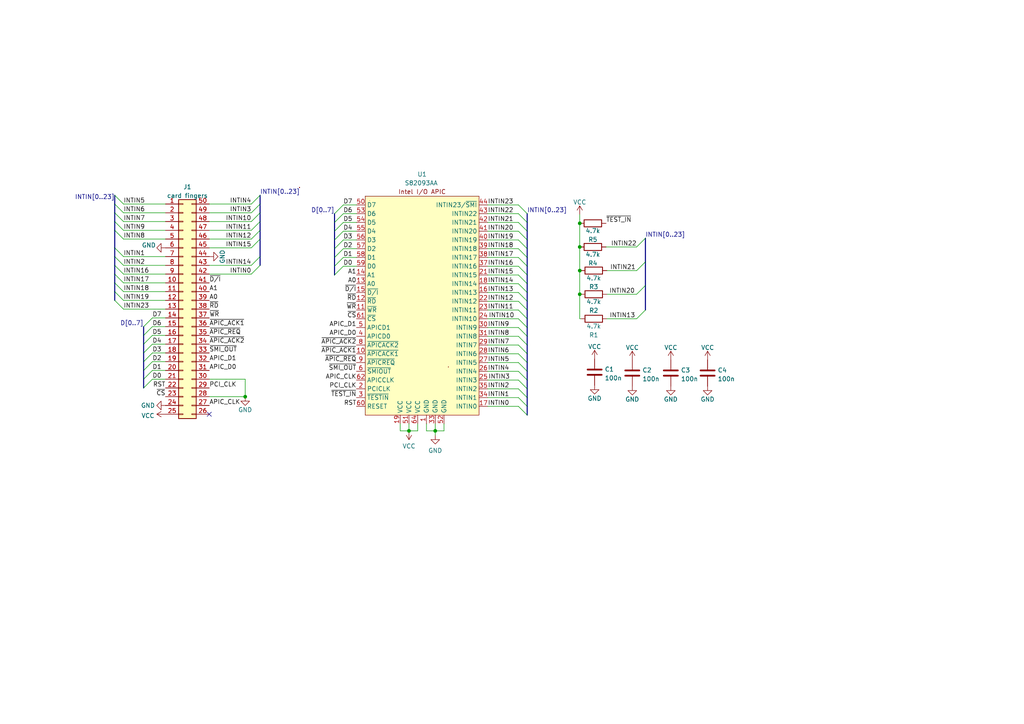
<source format=kicad_sch>
(kicad_sch (version 20211123) (generator eeschema)
  (paper "A4")
  (title_block (title "PCChips APIC Module Clone") (date "2023-06-05") (rev "1.0") (company "fireTwoOneNine (Tech Left Behind)"))
  (lib_symbols
    (symbol "APIC:S82093AA"
      (property "Reference" "U" (at 0 69.85 0))
      (property "Value" "S82093AA" (at 0 67.31 0))
      (symbol "S82093AA_0_0"
        (text "Intel I/O APIC" (at 0 64.77 0) (effects (font (size 1.27 1.27))))
      )
      (symbol "S82093AA_0_1"
        (rectangle (start -35.56 66.04) (end -35.56 66.04) (stroke (width 0.1524)))
        (rectangle (start -35.56 66.04) (end -35.56 66.04) (stroke (width 0.1524)))
        (rectangle (start -35.56 66.04) (end -35.56 66.04) (stroke (width 0.1524)))
        (rectangle (start -35.56 66.04) (end -35.56 66.04) (stroke (width 0.1524)))
        (rectangle (start -35.56 66.04) (end -35.56 66.04) (stroke (width 0.1524)))
        (rectangle (start -35.56 66.04) (end -35.56 66.04) (stroke (width 0.1524)))
        (rectangle (start -35.56 66.04) (end -35.56 66.04) (stroke (width 0.1524)))
        (rectangle (start -35.56 66.04) (end -35.56 66.04) (stroke (width 0.1524)))
        (rectangle (start -35.56 66.04) (end -35.56 66.04) (stroke (width 0.1524)))
        (rectangle (start -35.56 66.04) (end -35.56 66.04) (stroke (width 0.1524)))
        (rectangle (start -35.56 66.04) (end -35.56 66.04) (stroke (width 0.1524)))
        (rectangle (start -35.56 66.04) (end -35.56 66.04) (stroke (width 0.1524)))
        (rectangle (start -35.56 66.04) (end -35.56 66.04) (stroke (width 0.1524)))
        (rectangle (start -35.56 66.04) (end -35.56 66.04) (stroke (width 0.1524)))
        (rectangle (start -35.56 66.04) (end -35.56 66.04) (stroke (width 0.1524)))
        (rectangle (start -35.56 66.04) (end -35.56 66.04) (stroke (width 0.1524)))
        (rectangle (start -35.56 66.04) (end -35.56 66.04) (stroke (width 0.1524)))
        (rectangle (start -35.56 66.04) (end -35.56 66.04) (stroke (width 0.1524)))
        (rectangle (start -29.21 58.42) (end -29.21 58.42) (stroke (width 0.1524)))
        (rectangle (start -16.51 63.5) (end 16.51 0) (stroke (width 0.1524)) (fill (type background)))
        (rectangle (start -15.24 62.23) (end -15.24 62.23) (stroke (width 0.1524)))
        (rectangle (start 7.62 13.97) (end 7.62 13.97) (stroke (width 0.1524)))
        (rectangle (start 7.62 13.97) (end 7.62 13.97) (stroke (width 0.1524)))
        (rectangle (start 7.62 13.97) (end 7.62 13.97) (stroke (width 0.1524)))
        (rectangle (start 7.62 13.97) (end 7.62 13.97) (stroke (width 0.1524)))
        (rectangle (start 7.62 13.97) (end 7.62 13.97) (stroke (width 0.1524)))
        (rectangle (start 7.62 13.97) (end 7.62 13.97) (stroke (width 0.1524)))
      )
      (symbol "S82093AA_1_1"
        (pin input line (at 1.27 -2.54 90) (length 2.54) (name "GND") (number "1"))
        (pin input line (at -19.05 17.78 0) (length 2.54) (name "~{APICACK1}") (number "10"))
        (pin input line (at -19.05 30.48 0) (length 2.54) (name "~{WR}") (number "11"))
        (pin input line (at -19.05 33.02 0) (length 2.54) (name "~{RD}") (number "12"))
        (pin input line (at -19.05 38.1 0) (length 2.54) (name "A0") (number "13"))
        (pin input line (at -19.05 40.64 0) (length 2.54) (name "A1") (number "14"))
        (pin input line (at -19.05 35.56 0) (length 2.54) (name "~{D/I}") (number "15"))
        (pin input line (at 19.05 35.56 180) (length 2.54) (name "INTIN13") (number "16"))
        (pin input line (at 19.05 2.54 180) (length 2.54) (name "INTIN0") (number "17"))
        (pin input line (at 19.05 38.1 180) (length 2.54) (name "INTIN14") (number "18"))
        (pin input line (at -6.35 -2.54 90) (length 2.54) (name "VCC") (number "19"))
        (pin input line (at -19.05 7.62 0) (length 2.54) (name "PCICLK") (number "2"))
        (pin input line (at 19.05 40.64 180) (length 2.54) (name "INTIN15") (number "21"))
        (pin input line (at 19.05 33.02 180) (length 2.54) (name "INTIN12") (number "22"))
        (pin input line (at 19.05 30.48 180) (length 2.54) (name "INTIN11") (number "23"))
        (pin input line (at 19.05 27.94 180) (length 2.54) (name "INTIN10") (number "24"))
        (pin input line (at 19.05 10.16 180) (length 2.54) (name "INTIN3") (number "25"))
        (pin input line (at 19.05 12.7 180) (length 2.54) (name "INTIN4") (number "26"))
        (pin input line (at 19.05 15.24 180) (length 2.54) (name "INTIN5") (number "27"))
        (pin input line (at 19.05 17.78 180) (length 2.54) (name "INTIN6") (number "28"))
        (pin input line (at 19.05 20.32 180) (length 2.54) (name "INTIN7") (number "29"))
        (pin input line (at -19.05 5.08 0) (length 2.54) (name "~{TESTIN}") (number "3"))
        (pin input line (at 19.05 25.4 180) (length 2.54) (name "INTIN9") (number "30"))
        (pin input line (at 19.05 22.86 180) (length 2.54) (name "INTIN8") (number "31"))
        (pin input line (at 3.81 -2.54 90) (length 2.54) (name "GND") (number "33"))
        (pin input line (at 19.05 5.08 180) (length 2.54) (name "INTIN1") (number "34"))
        (pin input line (at 19.05 7.62 180) (length 2.54) (name "INTIN2") (number "35"))
        (pin input line (at 19.05 43.18 180) (length 2.54) (name "INTIN16") (number "37"))
        (pin input line (at 19.05 45.72 180) (length 2.54) (name "INTIN17") (number "38"))
        (pin input line (at 19.05 48.26 180) (length 2.54) (name "INTIN18") (number "39"))
        (pin bidirectional line (at -19.05 22.86 0) (length 2.54) (name "APICD0") (number "4"))
        (pin input line (at 19.05 50.8 180) (length 2.54) (name "INTIN19") (number "40"))
        (pin input line (at 19.05 53.34 180) (length 2.54) (name "INTIN20") (number "41"))
        (pin input line (at 19.05 55.88 180) (length 2.54) (name "INTIN21") (number "42"))
        (pin input line (at 19.05 58.42 180) (length 2.54) (name "INTIN22") (number "43"))
        (pin input line (at 19.05 60.96 180) (length 2.54) (name "INTIN23/~{SMI}") (number "44"))
        (pin bidirectional line (at -19.05 25.4 0) (length 2.54) (name "APICD1") (number "5"))
        (pin bidirectional line (at -19.05 60.96 0) (length 2.54) (name "D7") (number "50"))
        (pin input line (at -3.81 -2.54 90) (length 2.54) (name "VCC") (number "51"))
        (pin input line (at 6.35 -2.54 90) (length 2.54) (name "GND") (number "52"))
        (pin bidirectional line (at -19.05 58.42 0) (length 2.54) (name "D6") (number "53"))
        (pin bidirectional line (at -19.05 55.88 0) (length 2.54) (name "D5") (number "54"))
        (pin bidirectional line (at -19.05 53.34 0) (length 2.54) (name "D4") (number "55"))
        (pin bidirectional line (at -19.05 50.8 0) (length 2.54) (name "D3") (number "56"))
        (pin bidirectional line (at -19.05 48.26 0) (length 2.54) (name "D2") (number "57"))
        (pin bidirectional line (at -19.05 45.72 0) (length 2.54) (name "D1") (number "58"))
        (pin bidirectional line (at -19.05 43.18 0) (length 2.54) (name "D0") (number "59"))
        (pin open_collector line (at -19.05 12.7 0) (length 2.54) (name "~{SMIOUT}") (number "6"))
        (pin input line (at -19.05 2.54 0) (length 2.54) (name "RESET") (number "60"))
        (pin input line (at -19.05 27.94 0) (length 2.54) (name "~{CS}") (number "61"))
        (pin input line (at -19.05 10.16 0) (length 2.54) (name "APICCLK") (number "62"))
        (pin input line (at -1.27 -2.54 90) (length 2.54) (name "VCC") (number "64"))
        (pin input line (at -19.05 20.32 0) (length 2.54) (name "~{APICACK2}") (number "8"))
        (pin output line (at -19.05 15.24 0) (length 2.54) (name "~{APICREQ}") (number "9"))
      )
    )
    (symbol "Connector_Generic:Conn_02x25_Counter_Clockwise" (pin_names (offset 1.016) hide)
      (property "Reference" "J" (at 1.27 33.02 0))
      (property "Value" "Conn_02x25_Counter_Clockwise" (at 1.27 -33.02 0))
      (symbol "Conn_02x25_Counter_Clockwise_1_1"
        (rectangle (start -1.27 -30.353) (end 0 -30.607) (stroke (width 0.1524)))
        (rectangle (start -1.27 -27.813) (end 0 -28.067) (stroke (width 0.1524)))
        (rectangle (start -1.27 -25.273) (end 0 -25.527) (stroke (width 0.1524)))
        (rectangle (start -1.27 -22.733) (end 0 -22.987) (stroke (width 0.1524)))
        (rectangle (start -1.27 -20.193) (end 0 -20.447) (stroke (width 0.1524)))
        (rectangle (start -1.27 -17.653) (end 0 -17.907) (stroke (width 0.1524)))
        (rectangle (start -1.27 -15.113) (end 0 -15.367) (stroke (width 0.1524)))
        (rectangle (start -1.27 -12.573) (end 0 -12.827) (stroke (width 0.1524)))
        (rectangle (start -1.27 -10.033) (end 0 -10.287) (stroke (width 0.1524)))
        (rectangle (start -1.27 -7.493) (end 0 -7.747) (stroke (width 0.1524)))
        (rectangle (start -1.27 -4.953) (end 0 -5.207) (stroke (width 0.1524)))
        (rectangle (start -1.27 -2.413) (end 0 -2.667) (stroke (width 0.1524)))
        (rectangle (start -1.27 0.127) (end 0 -0.127) (stroke (width 0.1524)))
        (rectangle (start -1.27 2.667) (end 0 2.413) (stroke (width 0.1524)))
        (rectangle (start -1.27 5.207) (end 0 4.953) (stroke (width 0.1524)))
        (rectangle (start -1.27 7.747) (end 0 7.493) (stroke (width 0.1524)))
        (rectangle (start -1.27 10.287) (end 0 10.033) (stroke (width 0.1524)))
        (rectangle (start -1.27 12.827) (end 0 12.573) (stroke (width 0.1524)))
        (rectangle (start -1.27 15.367) (end 0 15.113) (stroke (width 0.1524)))
        (rectangle (start -1.27 17.907) (end 0 17.653) (stroke (width 0.1524)))
        (rectangle (start -1.27 20.447) (end 0 20.193) (stroke (width 0.1524)))
        (rectangle (start -1.27 22.987) (end 0 22.733) (stroke (width 0.1524)))
        (rectangle (start -1.27 25.527) (end 0 25.273) (stroke (width 0.1524)))
        (rectangle (start -1.27 28.067) (end 0 27.813) (stroke (width 0.1524)))
        (rectangle (start -1.27 30.607) (end 0 30.353) (stroke (width 0.1524)))
        (rectangle (start -1.27 31.75) (end 3.81 -31.75) (stroke (width 0.254)) (fill (type background)))
        (rectangle (start 3.81 -30.353) (end 2.54 -30.607) (stroke (width 0.1524)))
        (rectangle (start 3.81 -27.813) (end 2.54 -28.067) (stroke (width 0.1524)))
        (rectangle (start 3.81 -25.273) (end 2.54 -25.527) (stroke (width 0.1524)))
        (rectangle (start 3.81 -22.733) (end 2.54 -22.987) (stroke (width 0.1524)))
        (rectangle (start 3.81 -20.193) (end 2.54 -20.447) (stroke (width 0.1524)))
        (rectangle (start 3.81 -17.653) (end 2.54 -17.907) (stroke (width 0.1524)))
        (rectangle (start 3.81 -15.113) (end 2.54 -15.367) (stroke (width 0.1524)))
        (rectangle (start 3.81 -12.573) (end 2.54 -12.827) (stroke (width 0.1524)))
        (rectangle (start 3.81 -10.033) (end 2.54 -10.287) (stroke (width 0.1524)))
        (rectangle (start 3.81 -7.493) (end 2.54 -7.747) (stroke (width 0.1524)))
        (rectangle (start 3.81 -4.953) (end 2.54 -5.207) (stroke (width 0.1524)))
        (rectangle (start 3.81 -2.413) (end 2.54 -2.667) (stroke (width 0.1524)))
        (rectangle (start 3.81 0.127) (end 2.54 -0.127) (stroke (width 0.1524)))
        (rectangle (start 3.81 2.667) (end 2.54 2.413) (stroke (width 0.1524)))
        (rectangle (start 3.81 5.207) (end 2.54 4.953) (stroke (width 0.1524)))
        (rectangle (start 3.81 7.747) (end 2.54 7.493) (stroke (width 0.1524)))
        (rectangle (start 3.81 10.287) (end 2.54 10.033) (stroke (width 0.1524)))
        (rectangle (start 3.81 12.827) (end 2.54 12.573) (stroke (width 0.1524)))
        (rectangle (start 3.81 15.367) (end 2.54 15.113) (stroke (width 0.1524)))
        (rectangle (start 3.81 17.907) (end 2.54 17.653) (stroke (width 0.1524)))
        (rectangle (start 3.81 20.447) (end 2.54 20.193) (stroke (width 0.1524)))
        (rectangle (start 3.81 22.987) (end 2.54 22.733) (stroke (width 0.1524)))
        (rectangle (start 3.81 25.527) (end 2.54 25.273) (stroke (width 0.1524)))
        (rectangle (start 3.81 28.067) (end 2.54 27.813) (stroke (width 0.1524)))
        (rectangle (start 3.81 30.607) (end 2.54 30.353) (stroke (width 0.1524)))
        (pin passive line (at -5.08 30.48 0) (length 3.81) (name "Pin_1") (number "1"))
        (pin passive line (at -5.08 7.62 0) (length 3.81) (name "Pin_10") (number "10"))
        (pin passive line (at -5.08 5.08 0) (length 3.81) (name "Pin_11") (number "11"))
        (pin passive line (at -5.08 2.54 0) (length 3.81) (name "Pin_12") (number "12"))
        (pin passive line (at -5.08 0 0) (length 3.81) (name "Pin_13") (number "13"))
        (pin passive line (at -5.08 -2.54 0) (length 3.81) (name "Pin_14") (number "14"))
        (pin passive line (at -5.08 -5.08 0) (length 3.81) (name "Pin_15") (number "15"))
        (pin passive line (at -5.08 -7.62 0) (length 3.81) (name "Pin_16") (number "16"))
        (pin passive line (at -5.08 -10.16 0) (length 3.81) (name "Pin_17") (number "17"))
        (pin passive line (at -5.08 -12.7 0) (length 3.81) (name "Pin_18") (number "18"))
        (pin passive line (at -5.08 -15.24 0) (length 3.81) (name "Pin_19") (number "19"))
        (pin passive line (at -5.08 27.94 0) (length 3.81) (name "Pin_2") (number "2"))
        (pin passive line (at -5.08 -17.78 0) (length 3.81) (name "Pin_20") (number "20"))
        (pin passive line (at -5.08 -20.32 0) (length 3.81) (name "Pin_21") (number "21"))
        (pin passive line (at -5.08 -22.86 0) (length 3.81) (name "Pin_22") (number "22"))
        (pin passive line (at -5.08 -25.4 0) (length 3.81) (name "Pin_23") (number "23"))
        (pin passive line (at -5.08 -27.94 0) (length 3.81) (name "Pin_24") (number "24"))
        (pin passive line (at -5.08 -30.48 0) (length 3.81) (name "Pin_25") (number "25"))
        (pin passive line (at 7.62 -30.48 180) (length 3.81) (name "Pin_26") (number "26"))
        (pin passive line (at 7.62 -27.94 180) (length 3.81) (name "Pin_27") (number "27"))
        (pin passive line (at 7.62 -25.4 180) (length 3.81) (name "Pin_28") (number "28"))
        (pin passive line (at 7.62 -22.86 180) (length 3.81) (name "Pin_29") (number "29"))
        (pin passive line (at -5.08 25.4 0) (length 3.81) (name "Pin_3") (number "3"))
        (pin passive line (at 7.62 -20.32 180) (length 3.81) (name "Pin_30") (number "30"))
        (pin passive line (at 7.62 -17.78 180) (length 3.81) (name "Pin_31") (number "31"))
        (pin passive line (at 7.62 -15.24 180) (length 3.81) (name "Pin_32") (number "32"))
        (pin passive line (at 7.62 -12.7 180) (length 3.81) (name "Pin_33") (number "33"))
        (pin passive line (at 7.62 -10.16 180) (length 3.81) (name "Pin_34") (number "34"))
        (pin passive line (at 7.62 -7.62 180) (length 3.81) (name "Pin_35") (number "35"))
        (pin passive line (at 7.62 -5.08 180) (length 3.81) (name "Pin_36") (number "36"))
        (pin passive line (at 7.62 -2.54 180) (length 3.81) (name "Pin_37") (number "37"))
        (pin passive line (at 7.62 0 180) (length 3.81) (name "Pin_38") (number "38"))
        (pin passive line (at 7.62 2.54 180) (length 3.81) (name "Pin_39") (number "39"))
        (pin passive line (at -5.08 22.86 0) (length 3.81) (name "Pin_4") (number "4"))
        (pin passive line (at 7.62 5.08 180) (length 3.81) (name "Pin_40") (number "40"))
        (pin passive line (at 7.62 7.62 180) (length 3.81) (name "Pin_41") (number "41"))
        (pin passive line (at 7.62 10.16 180) (length 3.81) (name "Pin_42") (number "42"))
        (pin passive line (at 7.62 12.7 180) (length 3.81) (name "Pin_43") (number "43"))
        (pin passive line (at 7.62 15.24 180) (length 3.81) (name "Pin_44") (number "44"))
        (pin passive line (at 7.62 17.78 180) (length 3.81) (name "Pin_45") (number "45"))
        (pin passive line (at 7.62 20.32 180) (length 3.81) (name "Pin_46") (number "46"))
        (pin passive line (at 7.62 22.86 180) (length 3.81) (name "Pin_47") (number "47"))
        (pin passive line (at 7.62 25.4 180) (length 3.81) (name "Pin_48") (number "48"))
        (pin passive line (at 7.62 27.94 180) (length 3.81) (name "Pin_49") (number "49"))
        (pin passive line (at -5.08 20.32 0) (length 3.81) (name "Pin_5") (number "5"))
        (pin passive line (at 7.62 30.48 180) (length 3.81) (name "Pin_50") (number "50"))
        (pin passive line (at -5.08 17.78 0) (length 3.81) (name "Pin_6") (number "6"))
        (pin passive line (at -5.08 15.24 0) (length 3.81) (name "Pin_7") (number "7"))
        (pin passive line (at -5.08 12.7 0) (length 3.81) (name "Pin_8") (number "8"))
        (pin passive line (at -5.08 10.16 0) (length 3.81) (name "Pin_9") (number "9"))
      )
    )
    (symbol "Device:C" (pin_numbers hide) (pin_names (offset 0.254))
      (property "Reference" "C" (at 0.635 2.54 0))
      (property "Value" "C" (at 0.635 -2.54 0))
      (symbol "C_0_1"
        (polyline (pts (xy -2.032 -0.762) (xy 2.032 -0.762)) (stroke (width 0.508)))
        (polyline (pts (xy -2.032 0.762) (xy 2.032 0.762)) (stroke (width 0.508)))
      )
      (symbol "C_1_1"
        (pin passive line (at 0 3.81 270) (length 2.794) (name "~") (number "1"))
        (pin passive line (at 0 -3.81 90) (length 2.794) (name "~") (number "2"))
      )
    )
    (symbol "Device:R" (pin_numbers hide) (pin_names (offset 0))
      (property "Reference" "R" (at 2.032 0 90))
      (property "Value" "R" (at 0 0 90))
      (symbol "R_0_1"
        (rectangle (start -1.016 -2.54) (end 1.016 2.54) (stroke (width 0.254)))
      )
      (symbol "R_1_1"
        (pin passive line (at 0 3.81 270) (length 1.27) (name "~") (number "1"))
        (pin passive line (at 0 -3.81 90) (length 1.27) (name "~") (number "2"))
      )
    )
    (symbol "power:GND" (power) (pin_names (offset 0))
      (property "Value" "GND" (at 0 -3.81 0))
      (symbol "GND_0_1"
        (polyline (pts (xy 0 0) (xy 0 -1.27) (xy 1.27 -1.27) (xy 0 -2.54) (xy -1.27 -1.27) (xy 0 -1.27)))
      )
      (symbol "GND_1_1"
        (pin power_in line (at 0 0 270) (length 0) hide (name "GND") (number "1"))
      )
    )
    (symbol "power:VCC" (power) (pin_names (offset 0))
      (property "Value" "VCC" (at 0 3.81 0))
      (symbol "VCC_0_1"
        (polyline (pts (xy -0.762 1.27) (xy 0 2.54)))
        (polyline (pts (xy 0 0) (xy 0 2.54)))
        (polyline (pts (xy 0 2.54) (xy 0.762 1.27)))
      )
      (symbol "VCC_1_1"
        (pin power_in line (at 0 0 90) (length 0) hide (name "VCC") (number "1"))
      )
    )
  )
  (junction (at 168.148 85.344))
  (junction (at 168.148 78.486))
  (junction (at 71.12 115.062))
  (junction (at 126.238 124.968))
  (junction (at 168.148 64.77))
  (junction (at 168.148 71.628))
  (junction (at 118.618 124.968))
  (no_connect (at 60.706 120.142))
  (bus_entry (at 150.368 64.516) (size 2.54 2.54))
  (bus_entry (at 150.368 92.456) (size 2.54 2.54))
  (bus_entry (at 41.656 107.442) (size 2.54 -2.54))
  (bus_entry (at 150.368 87.376) (size 2.54 2.54))
  (bus_entry (at 150.368 94.996) (size 2.54 2.54))
  (bus_entry (at 41.656 112.522) (size 2.54 -2.54))
  (bus_entry (at 33.274 84.582) (size 2.54 2.54))
  (bus_entry (at 150.368 79.756) (size 2.54 2.54))
  (bus_entry (at 75.438 61.722) (size -2.54 2.54))
  (bus_entry (at 97.028 69.596) (size 2.54 -2.54))
  (bus_entry (at 75.438 76.962) (size -2.54 2.54))
  (bus_entry (at 150.368 89.916) (size 2.54 2.54))
  (bus_entry (at 150.368 115.316) (size 2.54 2.54))
  (bus_entry (at 150.368 102.616) (size 2.54 2.54))
  (bus_entry (at 150.368 74.676) (size 2.54 2.54))
  (bus_entry (at 97.028 67.056) (size 2.54 -2.54))
  (bus_entry (at 33.274 71.882) (size 2.54 2.54))
  (bus_entry (at 187.198 82.804) (size -2.54 2.54))
  (bus_entry (at 97.028 79.756) (size 2.54 -2.54))
  (bus_entry (at 75.438 64.262) (size -2.54 2.54))
  (bus_entry (at 150.368 77.216) (size 2.54 2.54))
  (bus_entry (at 150.368 72.136) (size 2.54 2.54))
  (bus_entry (at 41.656 94.742) (size 2.54 -2.54))
  (bus_entry (at 97.028 72.136) (size 2.54 -2.54))
  (bus_entry (at 41.656 99.822) (size 2.54 -2.54))
  (bus_entry (at 41.656 104.902) (size 2.54 -2.54))
  (bus_entry (at 150.368 110.236) (size 2.54 2.54))
  (bus_entry (at 150.368 82.296) (size 2.54 2.54))
  (bus_entry (at 150.368 67.056) (size 2.54 2.54))
  (bus_entry (at 75.438 56.642) (size -2.54 2.54))
  (bus_entry (at 75.438 74.422) (size -2.54 2.54))
  (bus_entry (at 97.028 74.676) (size 2.54 -2.54))
  (bus_entry (at 33.274 87.122) (size 2.54 2.54))
  (bus_entry (at 150.368 84.836) (size 2.54 2.54))
  (bus_entry (at 33.274 82.042) (size 2.54 2.54))
  (bus_entry (at 75.438 69.342) (size -2.54 2.54))
  (bus_entry (at 150.368 117.856) (size 2.54 2.54))
  (bus_entry (at 150.368 112.776) (size 2.54 2.54))
  (bus_entry (at 150.368 107.696) (size 2.54 2.54))
  (bus_entry (at 33.274 76.962) (size 2.54 2.54))
  (bus_entry (at 97.028 77.216) (size 2.54 -2.54))
  (bus_entry (at 33.274 74.422) (size 2.54 2.54))
  (bus_entry (at 187.198 75.946) (size -2.54 2.54))
  (bus_entry (at 33.274 66.802) (size 2.54 2.54))
  (bus_entry (at 33.274 56.642) (size 2.54 2.54))
  (bus_entry (at 33.274 64.262) (size 2.54 2.54))
  (bus_entry (at 41.656 97.282) (size 2.54 -2.54))
  (bus_entry (at 150.368 69.596) (size 2.54 2.54))
  (bus_entry (at 150.368 61.976) (size 2.54 2.54))
  (bus_entry (at 33.274 61.722) (size 2.54 2.54))
  (bus_entry (at 75.438 59.182) (size -2.54 2.54))
  (bus_entry (at 150.368 100.076) (size 2.54 2.54))
  (bus_entry (at 33.274 79.502) (size 2.54 2.54))
  (bus_entry (at 41.656 109.982) (size 2.54 -2.54))
  (bus_entry (at 97.028 64.516) (size 2.54 -2.54))
  (bus_entry (at 33.274 59.182) (size 2.54 2.54))
  (bus_entry (at 187.198 89.916) (size -2.54 2.54))
  (bus_entry (at 41.656 102.362) (size 2.54 -2.54))
  (bus_entry (at 150.368 59.436) (size 2.54 2.54))
  (bus_entry (at 150.368 97.536) (size 2.54 2.54))
  (bus_entry (at 187.198 69.088) (size -2.54 2.54))
  (bus_entry (at 150.368 105.156) (size 2.54 2.54))
  (bus_entry (at 97.028 61.976) (size 2.54 -2.54))
  (bus_entry (at 75.438 66.802) (size -2.54 2.54))
  (wire (pts (xy 141.478 67.056) (xy 150.368 67.056)))
  (bus (pts (xy 152.908 82.296) (xy 152.908 84.836)))
  (bus (pts (xy 152.908 74.676) (xy 152.908 77.216)))
  (bus (pts (xy 33.274 82.042) (xy 33.274 84.582)))
  (wire (pts (xy 72.898 69.342) (xy 60.706 69.342)))
  (wire (pts (xy 35.814 84.582) (xy 48.006 84.582)))
  (bus (pts (xy 41.656 102.362) (xy 41.656 104.902)))
  (bus (pts (xy 33.274 64.262) (xy 33.274 66.802)))
  (bus (pts (xy 97.028 74.676) (xy 97.028 77.216)))
  (bus (pts (xy 152.908 84.836) (xy 152.908 87.376)))
  (bus (pts (xy 187.198 82.804) (xy 187.198 89.916)))
  (wire (pts (xy 126.238 124.968) (xy 126.238 126.238)))
  (bus (pts (xy 152.908 112.776) (xy 152.908 115.316)))
  (bus (pts (xy 152.908 72.136) (xy 152.908 74.676)))
  (bus (pts (xy 33.274 79.502) (xy 33.274 82.042)))
  (wire (pts (xy 35.814 74.422) (xy 48.006 74.422)))
  (wire (pts (xy 141.478 100.076) (xy 150.368 100.076)))
  (bus (pts (xy 41.656 97.282) (xy 41.656 99.822)))
  (wire (pts (xy 35.814 61.722) (xy 48.006 61.722)))
  (bus (pts (xy 152.908 107.696) (xy 152.908 110.236)))
  (wire (pts (xy 175.768 71.628) (xy 184.658 71.628)))
  (wire (pts (xy 141.478 79.756) (xy 150.368 79.756)))
  (wire (pts (xy 99.568 74.676) (xy 103.378 74.676)))
  (wire (pts (xy 60.706 115.062) (xy 71.12 115.062)))
  (wire (pts (xy 141.478 72.136) (xy 150.368 72.136)))
  (wire (pts (xy 71.12 109.982) (xy 71.12 115.062)))
  (bus (pts (xy 152.908 89.916) (xy 152.908 92.456)))
  (wire (pts (xy 44.196 97.282) (xy 48.006 97.282)))
  (bus (pts (xy 41.656 94.742) (xy 41.656 97.282)))
  (bus (pts (xy 152.908 64.516) (xy 152.908 67.056)))
  (wire (pts (xy 99.568 72.136) (xy 103.378 72.136)))
  (bus (pts (xy 41.656 107.442) (xy 41.656 109.982)))
  (wire (pts (xy 44.196 104.902) (xy 48.006 104.902)))
  (bus (pts (xy 33.274 59.182) (xy 33.274 61.722)))
  (bus (pts (xy 152.908 110.236) (xy 152.908 112.776)))
  (wire (pts (xy 44.196 92.202) (xy 48.006 92.202)))
  (bus (pts (xy 33.274 74.422) (xy 33.274 76.962)))
  (bus (pts (xy 152.908 67.056) (xy 152.908 69.596)))
  (wire (pts (xy 141.478 92.456) (xy 150.368 92.456)))
  (bus (pts (xy 152.908 100.076) (xy 152.908 102.616)))
  (bus (pts (xy 152.908 87.376) (xy 152.908 89.916)))
  (wire (pts (xy 141.478 64.516) (xy 150.368 64.516)))
  (wire (pts (xy 176.022 85.344) (xy 184.658 85.344)))
  (wire (pts (xy 141.478 112.776) (xy 150.368 112.776)))
  (wire (pts (xy 168.148 92.456) (xy 168.402 92.456)))
  (bus (pts (xy 33.274 84.582) (xy 33.274 87.122)))
  (wire (pts (xy 141.478 74.676) (xy 150.368 74.676)))
  (wire (pts (xy 141.478 82.296) (xy 150.368 82.296)))
  (wire (pts (xy 141.478 84.836) (xy 150.368 84.836)))
  (wire (pts (xy 141.478 89.916) (xy 150.368 89.916)))
  (bus (pts (xy 75.438 69.342) (xy 75.438 74.422)))
  (wire (pts (xy 44.196 107.442) (xy 48.006 107.442)))
  (bus (pts (xy 41.656 109.982) (xy 41.656 112.522)))
  (wire (pts (xy 35.814 66.802) (xy 48.006 66.802)))
  (bus (pts (xy 75.438 64.262) (xy 75.438 66.802)))
  (bus (pts (xy 152.908 97.536) (xy 152.908 100.076)))
  (wire (pts (xy 118.618 124.968) (xy 121.158 124.968)))
  (wire (pts (xy 60.706 109.982) (xy 71.12 109.982)))
  (wire (pts (xy 141.478 61.976) (xy 150.368 61.976)))
  (wire (pts (xy 99.568 59.436) (xy 103.378 59.436)))
  (bus (pts (xy 152.908 115.316) (xy 152.908 117.856)))
  (wire (pts (xy 176.022 78.486) (xy 184.658 78.486)))
  (wire (pts (xy 44.196 99.822) (xy 48.006 99.822)))
  (bus (pts (xy 33.274 56.642) (xy 33.274 59.182)))
  (wire (pts (xy 141.478 110.236) (xy 150.368 110.236)))
  (wire (pts (xy 168.148 85.344) (xy 168.402 85.344)))
  (wire (pts (xy 35.814 79.502) (xy 48.006 79.502)))
  (wire (pts (xy 141.478 97.536) (xy 150.368 97.536)))
  (wire (pts (xy 99.568 67.056) (xy 103.378 67.056)))
  (wire (pts (xy 116.078 122.936) (xy 116.078 124.968)))
  (bus (pts (xy 187.198 69.088) (xy 187.198 75.946)))
  (wire (pts (xy 44.196 94.742) (xy 48.006 94.742)))
  (bus (pts (xy 75.438 61.722) (xy 75.438 64.262)))
  (bus (pts (xy 97.028 61.976) (xy 97.028 64.516)))
  (wire (pts (xy 141.478 77.216) (xy 150.368 77.216)))
  (bus (pts (xy 97.028 67.056) (xy 97.028 69.596)))
  (wire (pts (xy 35.814 69.342) (xy 48.006 69.342)))
  (wire (pts (xy 121.158 122.936) (xy 121.158 124.968)))
  (bus (pts (xy 97.028 72.136) (xy 97.028 74.676)))
  (wire (pts (xy 128.778 122.936) (xy 128.778 124.968)))
  (bus (pts (xy 33.274 66.802) (xy 33.274 71.882)))
  (wire (pts (xy 141.478 102.616) (xy 150.368 102.616)))
  (bus (pts (xy 97.028 69.596) (xy 97.028 72.136)))
  (bus (pts (xy 97.028 64.516) (xy 97.028 67.056)))
  (bus (pts (xy 152.908 61.976) (xy 152.908 64.516)))
  (bus (pts (xy 33.274 61.722) (xy 33.274 64.262)))
  (wire (pts (xy 99.568 64.516) (xy 103.378 64.516)))
  (wire (pts (xy 141.478 69.596) (xy 150.368 69.596)))
  (wire (pts (xy 35.814 64.262) (xy 48.006 64.262)))
  (wire (pts (xy 35.814 89.662) (xy 48.006 89.662)))
  (wire (pts (xy 35.814 76.962) (xy 48.006 76.962)))
  (wire (pts (xy 44.196 102.362) (xy 48.006 102.362)))
  (bus (pts (xy 152.908 69.596) (xy 152.908 72.136)))
  (wire (pts (xy 72.898 66.802) (xy 60.706 66.802)))
  (wire (pts (xy 35.814 59.182) (xy 48.006 59.182)))
  (wire (pts (xy 118.618 122.936) (xy 118.618 124.968)))
  (wire (pts (xy 72.898 71.882) (xy 60.706 71.882)))
  (wire (pts (xy 123.698 124.968) (xy 126.238 124.968)))
  (wire (pts (xy 72.898 59.182) (xy 60.706 59.182)))
  (wire (pts (xy 141.478 115.316) (xy 150.368 115.316)))
  (wire (pts (xy 168.148 64.77) (xy 168.148 71.628)))
  (wire (pts (xy 72.898 61.722) (xy 60.706 61.722)))
  (bus (pts (xy 152.908 94.996) (xy 152.908 97.536)))
  (wire (pts (xy 126.238 122.936) (xy 126.238 124.968)))
  (wire (pts (xy 99.568 77.216) (xy 103.378 77.216)))
  (wire (pts (xy 141.478 105.156) (xy 150.368 105.156)))
  (wire (pts (xy 128.778 124.968) (xy 126.238 124.968)))
  (bus (pts (xy 152.908 102.616) (xy 152.908 105.156)))
  (wire (pts (xy 141.478 59.436) (xy 150.368 59.436)))
  (bus (pts (xy 152.908 117.856) (xy 152.908 120.396)))
  (wire (pts (xy 72.898 64.262) (xy 60.706 64.262)))
  (wire (pts (xy 184.658 92.456) (xy 176.022 92.456)))
  (bus (pts (xy 152.908 105.156) (xy 152.908 107.696)))
  (wire (pts (xy 99.568 69.596) (xy 103.378 69.596)))
  (bus (pts (xy 187.198 75.946) (xy 187.198 82.804)))
  (bus (pts (xy 152.908 79.756) (xy 152.908 82.296)))
  (wire (pts (xy 168.148 71.628) (xy 168.148 78.486)))
  (wire (pts (xy 141.478 87.376) (xy 150.368 87.376)))
  (wire (pts (xy 44.196 109.982) (xy 48.006 109.982)))
  (wire (pts (xy 99.568 61.976) (xy 103.378 61.976)))
  (wire (pts (xy 35.814 87.122) (xy 48.006 87.122)))
  (bus (pts (xy 41.656 104.902) (xy 41.656 107.442)))
  (bus (pts (xy 75.438 56.642) (xy 75.438 59.182)))
  (bus (pts (xy 97.028 77.216) (xy 97.028 79.756)))
  (bus (pts (xy 152.908 77.216) (xy 152.908 79.756)))
  (wire (pts (xy 168.148 62.23) (xy 168.148 64.77)))
  (wire (pts (xy 35.814 82.042) (xy 48.006 82.042)))
  (bus (pts (xy 75.438 59.182) (xy 75.438 61.722)))
  (wire (pts (xy 168.402 78.486) (xy 168.148 78.486)))
  (wire (pts (xy 141.478 117.856) (xy 150.368 117.856)))
  (bus (pts (xy 75.438 74.422) (xy 75.438 76.962)))
  (bus (pts (xy 33.274 71.882) (xy 33.274 74.422)))
  (wire (pts (xy 72.898 76.962) (xy 60.706 76.962)))
  (bus (pts (xy 152.908 92.456) (xy 152.908 94.996)))
  (wire (pts (xy 141.478 107.696) (xy 150.368 107.696)))
  (bus (pts (xy 33.274 76.962) (xy 33.274 79.502)))
  (wire (pts (xy 72.898 79.502) (xy 60.706 79.502)))
  (bus (pts (xy 41.656 99.822) (xy 41.656 102.362)))
  (wire (pts (xy 141.478 94.996) (xy 150.368 94.996)))
  (wire (pts (xy 168.148 78.486) (xy 168.148 85.344)))
  (wire (pts (xy 168.148 85.344) (xy 168.148 92.456)))
  (wire (pts (xy 116.078 124.968) (xy 118.618 124.968)))
  (bus (pts (xy 75.438 66.802) (xy 75.438 69.342)))
  (wire (pts (xy 123.698 122.936) (xy 123.698 124.968)))
  (label "INTIN3" (at 141.6449 110.236 0))
  (label "~{D{slash}I}" (at 60.706 82.042 0))
  (label "~{WR}" (at 60.706 92.202 0))
  (label "INTIN11" (at 141.478 89.916 0))
  (label "INTIN4" (at 72.898 59.182 180))
  (label "D2" (at 99.568 72.136 0))
  (label "INTIN5" (at 141.478 105.156 0))
  (label "~{RD}" (at 103.378 87.376 180))
  (label "INTIN13" (at 141.478 84.836 0))
  (label "INTIN11" (at 72.898 66.802 180))
  (label "APIC_D1" (at 103.378 94.996 180))
  (label "~{APIC_REQ}" (at 103.378 105.156 180))
  (label "INTIN15" (at 141.478 79.756 0))
  (label "INTIN19" (at 35.814 87.122 0))
  (label "INTIN20" (at 141.478 67.056 0))
  (label "D[0..7]" (at 41.656 94.742 180))
  (label "D[0..7]" (at 97.028 61.976 180))
  (label "D2" (at 44.196 104.902 0))
  (label "INTIN4" (at 141.478 107.696 0))
  (label "A0" (at 103.378 82.296 180))
  (label "INTIN18" (at 141.478 72.136 0))
  (label "RST" (at 48.006 112.522 180))
  (label "D6" (at 99.568 61.976 0))
  (label "INTIN17" (at 35.814 82.042 0))
  (label "D7" (at 44.196 92.202 0))
  (label "INTIN0" (at 141.478 117.856 0))
  (label "D0" (at 44.196 109.982 0))
  (label "RST" (at 103.378 117.856 180))
  (label "INTIN21" (at 141.478 64.516 0))
  (label "INTIN18" (at 35.814 84.582 0))
  (label "~{CS}" (at 103.378 92.456 180))
  (label "INTIN1" (at 141.478 115.316 0))
  (label "INTIN10" (at 72.898 64.262 180))
  (label "~{TEST_IN}" (at 103.378 115.316 180))
  (label "INTIN[0..23]" (at 187.198 69.088 0))
  (label "~{SMI_OUT}" (at 103.378 107.696 180))
  (label "~{WR}" (at 103.378 89.916 180))
  (label "INTIN14" (at 141.478 82.296 0))
  (label "~{APIC_ACK2}" (at 60.706 99.822 0))
  (label "INTIN17" (at 141.478 74.676 0))
  (label "INTIN9" (at 35.814 66.802 0))
  (label "INTIN9" (at 141.478 94.996 0))
  (label "D0" (at 99.568 77.216 0))
  (label "A1" (at 60.706 84.582 0))
  (label "INTIN19" (at 141.478 69.596 0))
  (label "INTIN13" (at 176.784 92.456 0))
  (label "D5" (at 99.568 64.516 0))
  (label "PCI_CLK" (at 103.378 112.776 180))
  (label "~{APIC_REQ}" (at 60.706 97.282 0))
  (label "INTIN22" (at 184.658 71.628 180))
  (label "D4" (at 44.196 99.822 0))
  (label "INTIN2" (at 35.814 76.962 0))
  (label "INTIN6" (at 141.478 102.616 0))
  (label "A1" (at 103.378 79.756 180))
  (label "INTIN10" (at 141.732 92.456 0))
  (label "INTIN23" (at 35.814 89.662 0))
  (label "INTIN14" (at 72.898 76.962 180))
  (label "APIC_D0" (at 103.378 97.536 180))
  (label "INTIN16" (at 141.478 77.216 0))
  (label "D4" (at 99.568 67.056 0))
  (label "D7" (at 99.568 59.436 0))
  (label "INTIN2" (at 141.478 112.776 0))
  (label "D3" (at 99.568 69.596 0))
  (label "INTIN1" (at 35.814 74.422 0))
  (label "INTIN7" (at 141.478 100.076 0))
  (label "INTIN12" (at 141.478 87.376 0))
  (label "~{APIC_ACK1}" (at 60.706 94.742 0))
  (label "INTIN23" (at 141.478 59.436 0))
  (label "D1" (at 44.196 107.442 0))
  (label "~{CS}" (at 48.006 115.062 180))
  (label "D1" (at 99.568 74.676 0))
  (label "APIC_CLK" (at 60.706 117.602 0))
  (label "INTIN20" (at 184.15 85.344 180))
  (label "INTIN[0..23]" (at 33.274 58.166 180))
  (label "A0" (at 60.706 87.122 0))
  (label "INTIN6" (at 35.814 61.722 0))
  (label "INTIN8" (at 141.478 97.536 0))
  (label "INTIN7" (at 35.814 64.262 0))
  (label "APIC_D0" (at 60.706 107.442 0))
  (label "INTIN12" (at 72.898 69.342 180))
  (label "INTIN[0..23]" (at 75.438 56.642 0))
  (label "~{RD}" (at 60.706 89.662 0))
  (label "INTIN0" (at 72.898 79.502 180))
  (label "~{APIC_ACK2}" (at 103.378 100.076 180))
  (label "INTIN21" (at 184.404 78.486 180))
  (label "INTIN15" (at 72.898 71.882 180))
  (label "D6" (at 44.196 94.742 0))
  (label "D3" (at 44.196 102.362 0))
  (label "INTIN22" (at 141.478 61.976 0))
  (label "~{TEST_IN}" (at 175.768 64.77 0))
  (label "APIC_CLK" (at 103.378 110.236 180))
  (label "~{SMI_OUT}" (at 60.706 102.362 0))
  (label "PCI_CLK" (at 60.706 112.522 0))
  (label "D5" (at 44.196 97.282 0))
  (label "INTIN8" (at 35.814 69.342 0))
  (label "APIC_D1" (at 60.706 104.902 0))
  (label "~{APIC_ACK1}" (at 103.378 102.616 180))
  (label "INTIN5" (at 35.814 59.182 0))
  (label "INTIN16" (at 35.814 79.502 0))
  (label "INTIN[0..23]" (at 152.908 61.976 0))
  (label "INTIN3" (at 72.898 61.722 180))
  (label "~{D{slash}I}" (at 103.378 84.836 180))
  (symbol (lib_id "power:GND") (at 194.564 112.014 0) (unit 1)
    (property "Reference" "#PWR014" (effects hide))
    (property "Value" "GND" (at 196.596 115.824 0) (effects (justify right)))
  )
  (symbol (lib_id "power:GND") (at 48.006 71.882 270) (unit 1)
    (property "Reference" "#PWR01" (effects hide))
    (property "Value" "GND" (at 45.212 71.12 90) (effects (justify right)))
  )
  (symbol (lib_id "power:VCC") (at 194.564 104.394 0) (unit 1)
    (property "Reference" "#PWR013" (effects hide))
    (property "Value" "VCC" (at 194.564 100.8182 0))
  )
  (symbol (lib_id "Device:C") (at 172.466 107.95 0) (unit 1)
    (property "Reference" "C1" (at 175.387 107.1153 0) (effects (justify left)))
    (property "Value" "100n" (at 175.387 109.6522 0) (effects (justify left)))
    (property "Footprint" "Capacitor_SMD:C_1206_3216Metric_Pad1.33x1.80mm_HandSolder" (effects hide))
  )
  (symbol (lib_id "power:VCC") (at 172.466 104.14 0) (unit 1)
    (property "Reference" "#PWR08" (effects hide))
    (property "Value" "VCC" (at 172.466 100.5642 0))
  )
  (symbol (lib_id "Device:R") (at 172.212 78.486 270) (unit 1)
    (property "Reference" "R3" (at 172.212 83.2018 90))
    (property "Value" "4.7k" (at 172.212 80.6649 90))
    (property "Footprint" "Resistor_SMD:R_1206_3216Metric_Pad1.30x1.75mm_HandSolder" (effects hide))
  )
  (symbol (lib_id "power:GND") (at 60.706 74.422 90) (unit 1)
    (property "Reference" "#PWR04" (effects hide))
    (property "Value" "GND" (at 64.516 72.39 0) (effects (justify right)))
  )
  (symbol (lib_id "power:VCC") (at 205.232 104.394 0) (unit 1)
    (property "Reference" "#PWR015" (effects hide))
    (property "Value" "VCC" (at 205.232 100.8182 0))
  )
  (symbol (lib_id "power:VCC") (at 118.618 124.968 180) (unit 1)
    (property "Reference" "#PWR06" (effects hide))
    (property "Value" "VCC" (at 118.618 129.4114 0))
  )
  (symbol (lib_id "power:GND") (at 48.006 117.602 270) (unit 1)
    (property "Reference" "#PWR02" (effects hide))
    (property "Value" "GND" (at 44.958 117.602 90) (effects (justify right)))
  )
  (symbol (lib_id "power:VCC") (at 168.148 62.23 0) (unit 1)
    (property "Reference" "#PWR010" (effects hide))
    (property "Value" "VCC" (at 168.148 58.6542 0))
  )
  (symbol (lib_id "Device:R") (at 172.212 85.344 270) (unit 1)
    (property "Reference" "R2" (at 172.212 90.0598 90))
    (property "Value" "4.7k" (at 172.212 87.5229 90))
    (property "Footprint" "Resistor_SMD:R_1206_3216Metric_Pad1.30x1.75mm_HandSolder" (effects hide))
  )
  (symbol (lib_id "Device:C") (at 183.388 108.204 0) (unit 1)
    (property "Reference" "C2" (at 186.309 107.3693 0) (effects (justify left)))
    (property "Value" "100n" (at 186.309 109.9062 0) (effects (justify left)))
    (property "Footprint" "Capacitor_SMD:C_1206_3216Metric_Pad1.33x1.80mm_HandSolder" (effects hide))
  )
  (symbol (lib_id "Device:C") (at 205.232 108.204 0) (unit 1)
    (property "Reference" "C4" (at 208.153 107.3693 0) (effects (justify left)))
    (property "Value" "100n" (at 208.153 109.9062 0) (effects (justify left)))
    (property "Footprint" "Capacitor_SMD:C_1206_3216Metric_Pad1.33x1.80mm_HandSolder" (effects hide))
  )
  (symbol (lib_id "power:GND") (at 172.466 111.76 0) (unit 1)
    (property "Reference" "#PWR09" (effects hide))
    (property "Value" "GND" (at 174.498 115.57 0) (effects (justify right)))
  )
  (symbol (lib_id "power:GND") (at 71.12 115.062 0) (unit 1)
    (property "Reference" "#PWR05" (effects hide))
    (property "Value" "GND" (at 73.152 118.872 0) (effects (justify right)))
  )
  (symbol (lib_id "power:GND") (at 126.238 126.238 0) (unit 1)
    (property "Reference" "#PWR07" (effects hide))
    (property "Value" "GND" (at 126.238 130.6814 0))
  )
  (symbol (lib_id "Device:R") (at 171.958 64.77 270) (unit 1)
    (property "Reference" "R5" (at 171.958 69.4858 90))
    (property "Value" "4.7k" (at 171.958 66.9489 90))
    (property "Footprint" "Resistor_SMD:R_1206_3216Metric_Pad1.30x1.75mm_HandSolder" (effects hide))
  )
  (symbol (lib_id "power:VCC") (at 183.388 104.394 0) (unit 1)
    (property "Reference" "#PWR011" (effects hide))
    (property "Value" "VCC" (at 183.388 100.8182 0))
  )
  (symbol (lib_id "Device:C") (at 194.564 108.204 0) (unit 1)
    (property "Reference" "C3" (at 197.485 107.3693 0) (effects (justify left)))
    (property "Value" "100n" (at 197.485 109.9062 0) (effects (justify left)))
    (property "Footprint" "Capacitor_SMD:C_1206_3216Metric_Pad1.33x1.80mm_HandSolder" (effects hide))
  )
  (symbol (lib_id "power:GND") (at 183.388 112.014 0) (unit 1)
    (property "Reference" "#PWR012" (effects hide))
    (property "Value" "GND" (at 185.42 115.824 0) (effects (justify right)))
  )
  (symbol (lib_id "power:VCC") (at 48.006 120.142 90) (unit 1)
    (property "Reference" "#PWR03" (effects hide))
    (property "Value" "VCC" (at 44.831 120.5758 90) (effects (justify left)))
  )
  (symbol (lib_id "Device:R") (at 171.958 71.628 270) (unit 1)
    (property "Reference" "R4" (at 171.958 76.3438 90))
    (property "Value" "4.7k" (at 171.958 73.8069 90))
    (property "Footprint" "Resistor_SMD:R_1206_3216Metric_Pad1.30x1.75mm_HandSolder" (effects hide))
  )
  (symbol (lib_id "Device:R") (at 172.212 92.456 270) (unit 1)
    (property "Reference" "R1" (at 172.212 97.1718 90))
    (property "Value" "4.7k" (at 172.212 94.6349 90))
    (property "Footprint" "Resistor_SMD:R_1206_3216Metric_Pad1.30x1.75mm_HandSolder" (effects hide))
  )
  (symbol (lib_id "APIC:S82093AA") (at 122.428 120.396 0) (unit 1)
    (property "Reference" "U1" (at 122.428 50.546 0))
    (property "Value" "S82093AA" (at 122.174 53.086 0))
    (property "Footprint" "apic:QFP64-14x20mm" (effects hide))
  )
  (symbol (lib_id "power:GND") (at 205.232 112.014 0) (unit 1)
    (property "Reference" "#PWR016" (effects hide))
    (property "Value" "GND" (at 207.264 115.824 0) (effects (justify right)))
  )
  (symbol (lib_id "Connector_Generic:Conn_02x25_Counter_Clockwise") (at 53.086 89.662 0) (unit 1)
    (property "Reference" "J1" (at 54.356 54.2122 0))
    (property "Value" "card fingers" (at 54.356 56.7491 0))
    (property "Footprint" "finger:APIC_module_fingers" (effects hide))
  )
)
</source>
